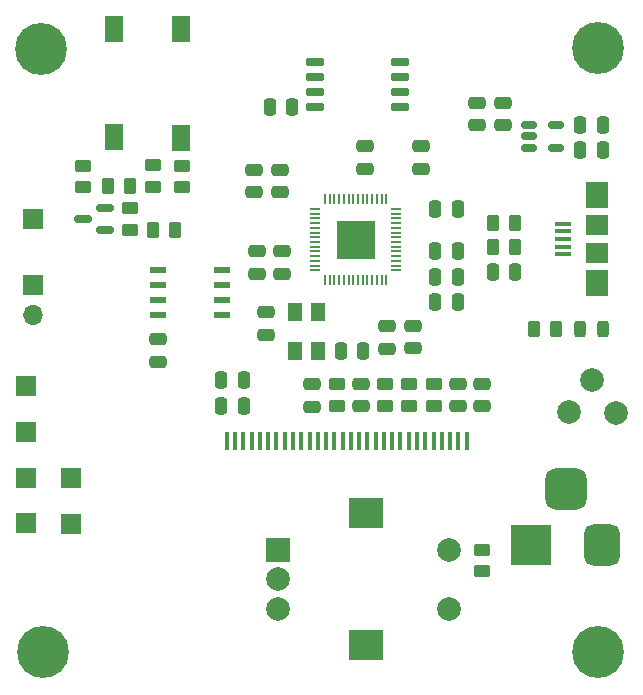
<source format=gts>
G04 #@! TF.GenerationSoftware,KiCad,Pcbnew,(6.0.4)*
G04 #@! TF.CreationDate,2022-04-25T08:49:56+03:00*
G04 #@! TF.ProjectId,ReflowController-v1,5265666c-6f77-4436-9f6e-74726f6c6c65,rev?*
G04 #@! TF.SameCoordinates,Original*
G04 #@! TF.FileFunction,Soldermask,Top*
G04 #@! TF.FilePolarity,Negative*
%FSLAX46Y46*%
G04 Gerber Fmt 4.6, Leading zero omitted, Abs format (unit mm)*
G04 Created by KiCad (PCBNEW (6.0.4)) date 2022-04-25 08:49:56*
%MOMM*%
%LPD*%
G01*
G04 APERTURE LIST*
G04 Aperture macros list*
%AMRoundRect*
0 Rectangle with rounded corners*
0 $1 Rounding radius*
0 $2 $3 $4 $5 $6 $7 $8 $9 X,Y pos of 4 corners*
0 Add a 4 corners polygon primitive as box body*
4,1,4,$2,$3,$4,$5,$6,$7,$8,$9,$2,$3,0*
0 Add four circle primitives for the rounded corners*
1,1,$1+$1,$2,$3*
1,1,$1+$1,$4,$5*
1,1,$1+$1,$6,$7*
1,1,$1+$1,$8,$9*
0 Add four rect primitives between the rounded corners*
20,1,$1+$1,$2,$3,$4,$5,0*
20,1,$1+$1,$4,$5,$6,$7,0*
20,1,$1+$1,$6,$7,$8,$9,0*
20,1,$1+$1,$8,$9,$2,$3,0*%
G04 Aperture macros list end*
%ADD10RoundRect,0.250000X0.250000X0.475000X-0.250000X0.475000X-0.250000X-0.475000X0.250000X-0.475000X0*%
%ADD11RoundRect,0.250000X0.475000X-0.250000X0.475000X0.250000X-0.475000X0.250000X-0.475000X-0.250000X0*%
%ADD12C,4.400000*%
%ADD13C,0.700000*%
%ADD14RoundRect,0.250000X-0.250000X-0.475000X0.250000X-0.475000X0.250000X0.475000X-0.250000X0.475000X0*%
%ADD15R,1.700000X1.700000*%
%ADD16R,0.812800X0.177800*%
%ADD17R,0.177800X0.812800*%
%ADD18R,3.200400X3.200400*%
%ADD19RoundRect,0.150000X-0.512500X-0.150000X0.512500X-0.150000X0.512500X0.150000X-0.512500X0.150000X0*%
%ADD20RoundRect,0.250000X0.262500X0.450000X-0.262500X0.450000X-0.262500X-0.450000X0.262500X-0.450000X0*%
%ADD21R,0.350000X1.600000*%
%ADD22RoundRect,0.250000X-0.450000X0.262500X-0.450000X-0.262500X0.450000X-0.262500X0.450000X0.262500X0*%
%ADD23RoundRect,0.250000X-0.475000X0.250000X-0.475000X-0.250000X0.475000X-0.250000X0.475000X0.250000X0*%
%ADD24C,2.000000*%
%ADD25R,1.400000X0.400000*%
%ADD26R,1.900000X2.300000*%
%ADD27R,1.900000X1.800000*%
%ADD28RoundRect,0.150000X0.650000X0.150000X-0.650000X0.150000X-0.650000X-0.150000X0.650000X-0.150000X0*%
%ADD29RoundRect,0.243750X0.243750X0.456250X-0.243750X0.456250X-0.243750X-0.456250X0.243750X-0.456250X0*%
%ADD30R,1.600000X2.180000*%
%ADD31RoundRect,0.250000X0.450000X-0.262500X0.450000X0.262500X-0.450000X0.262500X-0.450000X-0.262500X0*%
%ADD32R,3.500000X3.500000*%
%ADD33RoundRect,0.750000X0.750000X1.000000X-0.750000X1.000000X-0.750000X-1.000000X0.750000X-1.000000X0*%
%ADD34RoundRect,0.875000X0.875000X0.875000X-0.875000X0.875000X-0.875000X-0.875000X0.875000X-0.875000X0*%
%ADD35R,1.300000X1.600000*%
%ADD36RoundRect,0.150000X0.587500X0.150000X-0.587500X0.150000X-0.587500X-0.150000X0.587500X-0.150000X0*%
%ADD37RoundRect,0.250000X-0.262500X-0.450000X0.262500X-0.450000X0.262500X0.450000X-0.262500X0.450000X0*%
%ADD38R,1.460500X0.533400*%
%ADD39O,1.700000X1.700000*%
%ADD40R,2.000000X2.000000*%
%ADD41R,3.000000X2.500000*%
G04 APERTURE END LIST*
D10*
X146540000Y-92250000D03*
X144640000Y-92250000D03*
D11*
X137910000Y-98750000D03*
X137910000Y-96850000D03*
D12*
X153590000Y-73360000D03*
D13*
X153590000Y-75010000D03*
X151940000Y-73360000D03*
X155240000Y-73360000D03*
X154756726Y-74526726D03*
X153590000Y-71710000D03*
X152423274Y-74526726D03*
X154756726Y-72193274D03*
X152423274Y-72193274D03*
X106570000Y-122850000D03*
X108220000Y-124500000D03*
X105403274Y-125666726D03*
X107736726Y-125666726D03*
D12*
X106570000Y-124500000D03*
D13*
X105403274Y-123333274D03*
X107736726Y-123333274D03*
X104920000Y-124500000D03*
X106570000Y-126150000D03*
D14*
X139790000Y-92710000D03*
X141690000Y-92710000D03*
D11*
X126800000Y-92450000D03*
X126800000Y-90550000D03*
D15*
X108960000Y-109710000D03*
D16*
X129636400Y-86950000D03*
X129636400Y-87349999D03*
X129636400Y-87750001D03*
X129636400Y-88150000D03*
X129636400Y-88549999D03*
X129636400Y-88950001D03*
X129636400Y-89350000D03*
X129636400Y-89750000D03*
X129636400Y-90149999D03*
X129636400Y-90550001D03*
X129636400Y-90950000D03*
X129636400Y-91349999D03*
X129636400Y-91750001D03*
X129636400Y-92150000D03*
D17*
X130440000Y-92953600D03*
X130839999Y-92953600D03*
X131240001Y-92953600D03*
X131640000Y-92953600D03*
X132039999Y-92953600D03*
X132440001Y-92953600D03*
X132840000Y-92953600D03*
X133240000Y-92953600D03*
X133639999Y-92953600D03*
X134040001Y-92953600D03*
X134440000Y-92953600D03*
X134839999Y-92953600D03*
X135240001Y-92953600D03*
X135640000Y-92953600D03*
D16*
X136443600Y-92150000D03*
X136443600Y-91750001D03*
X136443600Y-91349999D03*
X136443600Y-90950000D03*
X136443600Y-90550001D03*
X136443600Y-90149999D03*
X136443600Y-89750000D03*
X136443600Y-89350000D03*
X136443600Y-88950001D03*
X136443600Y-88549999D03*
X136443600Y-88150000D03*
X136443600Y-87750001D03*
X136443600Y-87349999D03*
X136443600Y-86950000D03*
D17*
X135640000Y-86146400D03*
X135240001Y-86146400D03*
X134839999Y-86146400D03*
X134440000Y-86146400D03*
X134040001Y-86146400D03*
X133639999Y-86146400D03*
X133240000Y-86146400D03*
X132840000Y-86146400D03*
X132440001Y-86146400D03*
X132039999Y-86146400D03*
X131640000Y-86146400D03*
X131240001Y-86146400D03*
X130839999Y-86146400D03*
X130440000Y-86146400D03*
D18*
X133040000Y-89550000D03*
D10*
X141670000Y-86940000D03*
X139770000Y-86940000D03*
D11*
X143350000Y-79840000D03*
X143350000Y-77940000D03*
D19*
X147692500Y-79850000D03*
X147692500Y-80800000D03*
X147692500Y-81750000D03*
X149967500Y-81750000D03*
X149967500Y-79850000D03*
D20*
X117752500Y-88720000D03*
X115927500Y-88720000D03*
D21*
X122140000Y-106620000D03*
X122840000Y-106620000D03*
X123540000Y-106620000D03*
X124240000Y-106620000D03*
X124940000Y-106620000D03*
X125640000Y-106620000D03*
X126340000Y-106620000D03*
X127040000Y-106620000D03*
X127740000Y-106620000D03*
X128440000Y-106620000D03*
X129140000Y-106620000D03*
X129840000Y-106620000D03*
X130540000Y-106620000D03*
X131240000Y-106620000D03*
X131940000Y-106620000D03*
X132640000Y-106620000D03*
X133340000Y-106620000D03*
X134040000Y-106620000D03*
X134740000Y-106620000D03*
X135440000Y-106620000D03*
X136140000Y-106620000D03*
X136840000Y-106620000D03*
X137540000Y-106620000D03*
X138240000Y-106620000D03*
X138940000Y-106620000D03*
X139640000Y-106620000D03*
X140340000Y-106620000D03*
X141040000Y-106620000D03*
X141740000Y-106620000D03*
X142440000Y-106620000D03*
D22*
X131430000Y-101787500D03*
X131430000Y-103612500D03*
X109950000Y-83277500D03*
X109950000Y-85102500D03*
D23*
X116300000Y-97980000D03*
X116300000Y-99880000D03*
D24*
X151070000Y-104160000D03*
D25*
X150600000Y-90800000D03*
X150600000Y-90150000D03*
X150600000Y-89500000D03*
X150600000Y-88850000D03*
X150600000Y-88200000D03*
D26*
X153450000Y-85750000D03*
X153450000Y-93250000D03*
D27*
X153450000Y-90650000D03*
X153450000Y-88350000D03*
D28*
X136830000Y-78315000D03*
X136830000Y-77045000D03*
X136830000Y-75775000D03*
X136830000Y-74505000D03*
X129630000Y-74505000D03*
X129630000Y-75775000D03*
X129630000Y-77045000D03*
X129630000Y-78315000D03*
D24*
X153040000Y-101440000D03*
D29*
X153950000Y-97150000D03*
X152075000Y-97150000D03*
D30*
X118260000Y-71740000D03*
X118260000Y-80920000D03*
D23*
X141680000Y-101750000D03*
X141680000Y-103650000D03*
D10*
X123550000Y-101460000D03*
X121650000Y-101460000D03*
D31*
X139640000Y-103632500D03*
X139640000Y-101807500D03*
D20*
X146502500Y-88140000D03*
X144677500Y-88140000D03*
D32*
X147890000Y-115380000D03*
D33*
X153890000Y-115380000D03*
D34*
X150890000Y-110680000D03*
D14*
X152050000Y-79860000D03*
X153950000Y-79860000D03*
D15*
X105150000Y-101960000D03*
D35*
X129880000Y-98990000D03*
X129880000Y-95690000D03*
X127880000Y-95690000D03*
X127880000Y-98990000D03*
D36*
X111827500Y-88770000D03*
X111827500Y-86870000D03*
X109952500Y-87820000D03*
D11*
X145520000Y-79850000D03*
X145520000Y-77950000D03*
D15*
X105110000Y-109750000D03*
D31*
X143760000Y-117645000D03*
X143760000Y-115820000D03*
D12*
X153590000Y-124500000D03*
D13*
X152423274Y-123333274D03*
X154756726Y-123333274D03*
X153590000Y-122850000D03*
X152423274Y-125666726D03*
X155240000Y-124500000D03*
X153590000Y-126150000D03*
X151940000Y-124500000D03*
X154756726Y-125666726D03*
D12*
X106430000Y-73420000D03*
D13*
X106430000Y-75070000D03*
X104780000Y-73420000D03*
X108080000Y-73420000D03*
X107596726Y-74586726D03*
X106430000Y-71770000D03*
X105263274Y-74586726D03*
X107596726Y-72253274D03*
X105263274Y-72253274D03*
D11*
X125480000Y-97600000D03*
X125480000Y-95700000D03*
D15*
X105750000Y-87830000D03*
D31*
X113940000Y-88720000D03*
X113940000Y-86895000D03*
D24*
X155060000Y-104200000D03*
D10*
X133690000Y-98980000D03*
X131790000Y-98980000D03*
D15*
X108960000Y-113600000D03*
D10*
X141690000Y-90550000D03*
X139790000Y-90550000D03*
D23*
X135740000Y-96880000D03*
X135740000Y-98780000D03*
D11*
X133860000Y-83560000D03*
X133860000Y-81660000D03*
D22*
X115880000Y-83237500D03*
X115880000Y-85062500D03*
D23*
X143770000Y-101760000D03*
X143770000Y-103660000D03*
D37*
X148157500Y-97130000D03*
X149982500Y-97130000D03*
D11*
X129380000Y-103680000D03*
X129380000Y-101780000D03*
D14*
X125780000Y-78320000D03*
X127680000Y-78320000D03*
D22*
X137580000Y-101797500D03*
X137580000Y-103622500D03*
D38*
X116305850Y-92095000D03*
X116305850Y-93365000D03*
X116305850Y-94635000D03*
X116305850Y-95905000D03*
X121754150Y-95905000D03*
X121754150Y-94635000D03*
X121754150Y-93365000D03*
X121754150Y-92095000D03*
D15*
X105110000Y-105850000D03*
X105110000Y-113520000D03*
X105690000Y-93360000D03*
D39*
X105690000Y-95900000D03*
D10*
X141690000Y-94790000D03*
X139790000Y-94790000D03*
D14*
X152050000Y-82000000D03*
X153950000Y-82000000D03*
D20*
X146502500Y-90170000D03*
X144677500Y-90170000D03*
D23*
X138540000Y-81650000D03*
X138540000Y-83550000D03*
X124700000Y-90550000D03*
X124700000Y-92450000D03*
X133490000Y-101750000D03*
X133490000Y-103650000D03*
X124480000Y-83640000D03*
X124480000Y-85540000D03*
D40*
X126450000Y-115800000D03*
D24*
X126450000Y-120800000D03*
X126450000Y-118300000D03*
D41*
X133950000Y-112700000D03*
X133950000Y-123900000D03*
D24*
X140950000Y-115800000D03*
X140950000Y-120800000D03*
D22*
X118330000Y-83277500D03*
X118330000Y-85102500D03*
X135560000Y-101777500D03*
X135560000Y-103602500D03*
D37*
X112090000Y-84970000D03*
X113915000Y-84970000D03*
D30*
X112590000Y-71720000D03*
X112590000Y-80900000D03*
D23*
X126660000Y-83640000D03*
X126660000Y-85540000D03*
D10*
X123550000Y-103660000D03*
X121650000Y-103660000D03*
M02*

</source>
